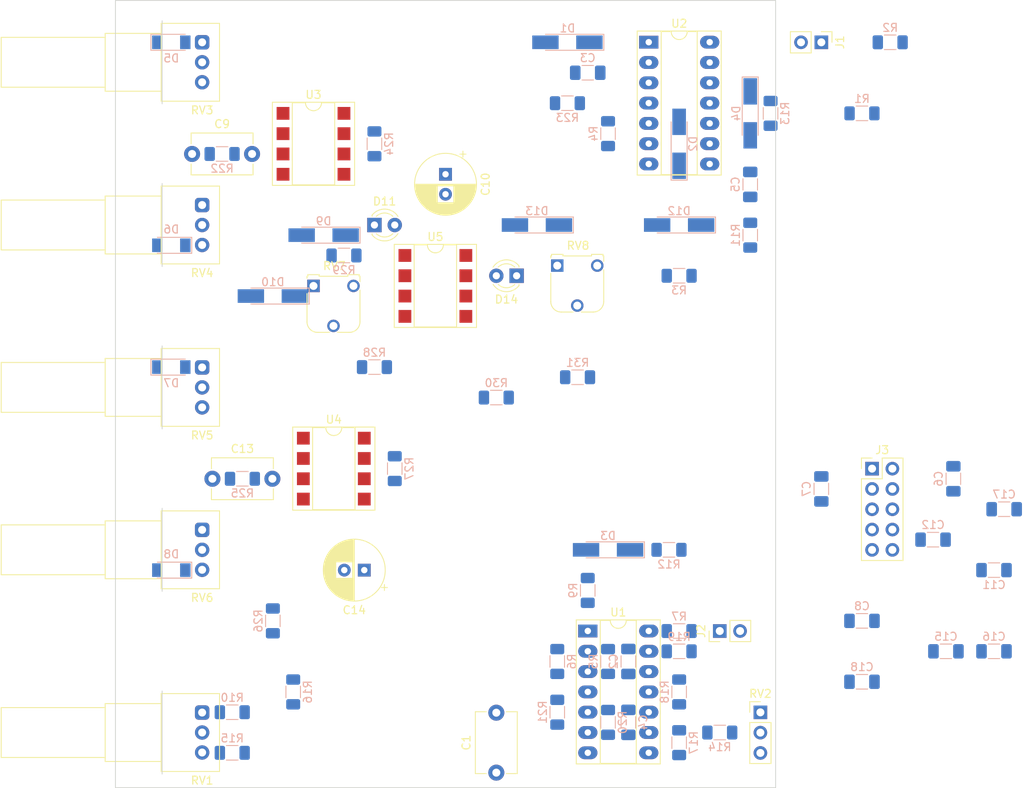
<source format=kicad_pcb>
(kicad_pcb (version 20211014) (generator pcbnew)
  (layers (0 "F.Cu" signal) (31 "B.Cu" signal) (34 "B.Paste" user) (35 "F.Paste" user) (36 "B.SilkS" user "B.Silkscreen") (37 "F.SilkS" user "F.Silkscreen") (38 "B.Mask" user) (39 "F.Mask" user) (44 "Edge.Cuts" user))
  (net 0 "")
  (net 1 "Net-(C10-Pad1)")
  (net 2 "Net-(D5-Pad2)")
  (net 3 "Net-(D6-Pad1)")
  (net 4 "Net-(C14-Pad1)")
  (net 5 "Net-(D7-Pad2)")
  (net 6 "Net-(D8-Pad1)")
  (net 7 "/AR/Gate")
  (net 8 "Net-(C1-Pad2)")
  (net 9 "Net-(C2-Pad1)")
  (net 10 "GND")
  (net 11 "Net-(C3-Pad1)")
  (net 12 "Net-(C3-Pad2)")
  (net 13 "+2v")
  (net 14 "Net-(C5-Pad1)")
  (net 15 "Net-(C5-Pad2)")
  (net 16 "+12V")
  (net 17 "-12V")
  (net 18 "Net-(C9-Pad1)")
  (net 19 "Net-(C9-Pad2)")
  (net 20 "Net-(C13-Pad1)")
  (net 21 "Net-(C13-Pad2)")
  (net 22 "Net-(D2-Pad1)")
  (net 23 "Net-(D2-Pad2)")
  (net 24 "Net-(D3-Pad2)")
  (net 25 "Net-(D10-Pad2)")
  (net 26 "Net-(D9-Pad2)")
  (net 27 "Net-(D10-Pad1)")
  (net 28 "Net-(D11-Pad2)")
  (net 29 "Net-(D12-Pad1)")
  (net 30 "Net-(D12-Pad2)")
  (net 31 "Net-(D13-Pad1)")
  (net 32 "Net-(D14-Pad2)")
  (net 33 "/In")
  (net 34 "Net-(U1-Pad14)")
  (net 35 "Net-(R9-Pad2)")
  (net 36 "Net-(R10-Pad1)")
  (net 37 "Net-(R10-Pad2)")
  (net 38 "Net-(R14-Pad2)")
  (net 39 "Net-(R15-Pad1)")
  (net 40 "Net-(R15-Pad2)")
  (net 41 "/AR/Out")
  (net 42 "Net-(R17-Pad1)")
  (net 43 "/AD/Gate")
  (net 44 "/AD/Out")
  (net 45 "Net-(R24-Pad2)")
  (net 46 "Net-(R27-Pad2)")
  (net 47 "Net-(R28-Pad2)")
  (net 48 "Net-(R30-Pad2)")
  (net 49 "Net-(U2-Pad3)")
  (net 50 "Net-(R19-Pad1)")
  (footprint "Package_DIP:DIP-8_W7.62mm_SMDSocket_SmallPads" (layer "F.Cu") (at 144.78 45.72)
    (fp_text reference "U5" (at 0 -6.14) (layer "F.SilkS"))
    (fp_text value "TL072")
    (pad "1" smd rect (at -3.81 -3.81) (size 1.6 1.6) (layers "F.Cu" "F.Paste" "F.Mask") (net 28 "Net-(D11-Pad2)"))
    (pad "2" smd rect (at -3.81 -1.27) (size 1.6 1.6) (layers "F.Cu" "F.Paste" "F.Mask") (net 47 "Net-(R28-Pad2)"))
    (pad "3" smd rect (at -3.81 1.27) (size 1.6 1.6) (layers "F.Cu" "F.Paste" "F.Mask") (net 10 "GND"))
    (pad "4" smd rect (at -3.81 3.81) (size 1.6 1.6) (layers "F.Cu" "F.Paste" "F.Mask") (net 16 "+12V"))
    (pad "5" smd rect (at 3.81 3.81) (size 1.6 1.6) (layers "F.Cu" "F.Paste" "F.Mask") (net 10 "GND"))
    (pad "6" smd rect (at 3.81 1.27) (size 1.6 1.6) (layers "F.Cu" "F.Paste" "F.Mask") (net 48 "Net-(R30-Pad2)"))
    (pad "7" smd rect (at 3.81 -1.27) (size 1.6 1.6) (layers "F.Cu" "F.Paste" "F.Mask") (net 32 "Net-(D14-Pad2)"))
    (pad "8" smd rect (at 3.81 -3.81) (size 1.6 1.6) (layers "F.Cu" "F.Paste" "F.Mask") (net 17 "-12V"))
  )
  (footprint "Potentiometer_THT:Potentiometer_Alps_RK097_Single_Horizontal" (layer "F.Cu") (at 115.615 99.1)
    (fp_text reference "RV1" (at 0 8.5 180) (layer "F.SilkS"))
    (fp_text value "100k")
    (fp_line (start -5 -2.7) (end -5 7.7) (layer "Edge.Cuts") (width 0.1))
    (pad "1" thru_hole roundrect (at 0 0 180) (size 1.8 1.8) (drill 1) (layers *.Cu *.Mask) (net 37 "Net-(R10-Pad2)"))
    (pad "2" thru_hole circle (at 0 2.5 180) (size 1.8 1.8) (drill 1) (layers *.Cu *.Mask) (net 44 "/AD/Out"))
    (pad "3" thru_hole circle (at 0 5 180) (size 1.8 1.8) (drill 1) (layers *.Cu *.Mask) (net 40 "Net-(R15-Pad2)"))
  )
  (footprint "Potentiometer_THT:Potentiometer_Alps_RK097_Single_Horizontal" (layer "F.Cu") (at 115.615 55.92)
    (fp_text reference "RV5" (at 0 8.5 180) (layer "F.SilkS"))
    (fp_text value "1m")
    (fp_line (start -5 -2.7) (end -5 7.7) (layer "Edge.Cuts") (width 0.1))
    (pad "1" thru_hole roundrect (at 0 0 180) (size 1.8 1.8) (drill 1) (layers *.Cu *.Mask) (net 5 "Net-(D7-Pad2)"))
    (pad "2" thru_hole circle (at 0 2.5 180) (size 1.8 1.8) (drill 1) (layers *.Cu *.Mask) (net 20 "Net-(C13-Pad1)"))
    (pad "3" thru_hole circle (at 0 5 180) (size 1.8 1.8) (drill 1) (layers *.Cu *.Mask) (net 20 "Net-(C13-Pad1)"))
  )
  (footprint "Package_DIP:DIP-14_W7.62mm_Socket_LongPads" (layer "F.Cu") (at 171.46 15.225)
    (fp_text reference "U2" (at 3.81 -2.33) (layer "F.SilkS"))
    (fp_text value "4001")
    (pad "1" thru_hole rect (at 0 0) (size 2.4 1.6) (drill 0.8) (layers *.Cu *.Mask) (net 11 "Net-(C3-Pad1)"))
    (pad "2" thru_hole oval (at 0 2.54) (size 2.4 1.6) (drill 0.8) (layers *.Cu *.Mask) (net 43 "/AD/Gate"))
    (pad "3" thru_hole oval (at 0 5.08) (size 2.4 1.6) (drill 0.8) (layers *.Cu *.Mask) (net 49 "Net-(U2-Pad3)"))
    (pad "4" thru_hole oval (at 0 7.62) (size 2.4 1.6) (drill 0.8) (layers *.Cu *.Mask) (net 43 "/AD/Gate"))
    (pad "5" thru_hole oval (at 0 10.16) (size 2.4 1.6) (drill 0.8) (layers *.Cu *.Mask) (net 49 "Net-(U2-Pad3)"))
    (pad "6" thru_hole oval (at 0 12.7) (size 2.4 1.6) (drill 0.8) (layers *.Cu *.Mask) (net 22 "Net-(D2-Pad1)"))
    (pad "7" thru_hole oval (at 0 15.24) (size 2.4 1.6) (drill 0.8) (layers *.Cu *.Mask) (net 10 "GND"))
    (pad "8" thru_hole oval (at 7.62 15.24) (size 2.4 1.6) (drill 0.8) (layers *.Cu *.Mask) (net 14 "Net-(C5-Pad1)"))
    (pad "9" thru_hole oval (at 7.62 12.7) (size 2.4 1.6) (drill 0.8) (layers *.Cu *.Mask) (net 14 "Net-(C5-Pad1)"))
    (pad "10" thru_hole oval (at 7.62 10.16) (size 2.4 1.6) (drill 0.8) (layers *.Cu *.Mask) (net 23 "Net-(D2-Pad2)"))
    (pad "11" thru_hole oval (at 7.62 7.62) (size 2.4 1.6) (drill 0.8) (layers *.Cu *.Mask))
    (pad "12" thru_hole oval (at 7.62 5.08) (size 2.4 1.6) (drill 0.8) (layers *.Cu *.Mask))
    (pad "13" thru_hole oval (at 7.62 2.54) (size 2.4 1.6) (drill 0.8) (layers *.Cu *.Mask))
    (pad "14" thru_hole oval (at 7.62 0) (size 2.4 1.6) (drill 0.8) (layers *.Cu *.Mask) (net 16 "+12V"))
  )
  (footprint "Connector_PinHeader_2.54mm:PinHeader_1x02_P2.54mm_Vertical" (layer "F.Cu") (at 180.34 88.9 90)
    (fp_text reference "J2" (at 0 -2.33 90) (layer "F.SilkS"))
    (fp_text value "Out")
    (pad "1" thru_hole rect (at 0 0 90) (size 1.7 1.7) (drill 1) (layers *.Cu *.Mask) (net 50 "Net-(R19-Pad1)"))
    (pad "2" thru_hole oval (at 0 2.54 90) (size 1.7 1.7) (drill 1) (layers *.Cu *.Mask) (net 10 "GND"))
  )
  (footprint "Capacitor_THT:CP_Radial_D7.5mm_P2.50mm" (layer "F.Cu") (at 135.89 81.28 180)
    (fp_text reference "C14" (at 1.25 -5) (layer "F.SilkS"))
    (fp_text value "20,0 x 35v")
    (pad "1" thru_hole rect (at 0 0 180) (size 1.6 1.6) (drill 0.8) (layers *.Cu *.Mask) (net 4 "Net-(C14-Pad1)"))
    (pad "2" thru_hole circle (at 2.5 0 180) (size 1.6 1.6) (drill 0.8) (layers *.Cu *.Mask) (net 17 "-12V"))
  )
  (footprint "Potentiometer_THT:Potentiometer_Runtron_RM-065_Vertical" (layer "F.Cu") (at 129.54 45.72)
    (fp_text reference "RV7" (at 2.6 -2.5) (layer "F.SilkS"))
    (fp_text value "100k")
    (pad "1" thru_hole rect (at 0 0) (size 1.56 1.56) (drill 1) (layers *.Cu *.Mask) (net 27 "Net-(D10-Pad1)"))
    (pad "2" thru_hole circle (at 2.5 5) (size 1.56 1.56) (drill 1) (layers *.Cu *.Mask) (net 47 "Net-(R28-Pad2)"))
    (pad "3" thru_hole circle (at 5 0) (size 1.56 1.56) (drill 1) (layers *.Cu *.Mask) (net 26 "Net-(D9-Pad2)"))
  )
  (footprint "Capacitor_THT:C_Disc_D7.5mm_W5.0mm_P7.50mm" (layer "F.Cu") (at 152.4 106.62 90)
    (fp_text reference "C1" (at 3.75 -3.75 90) (layer "F.SilkS"))
    (fp_text value "100")
    (pad "1" thru_hole circle (at 0 0 90) (size 2 2) (drill 1) (layers *.Cu *.Mask) (net 7 "/AR/Gate"))
    (pad "2" thru_hole circle (at 7.5 0 90) (size 2 2) (drill 1) (layers *.Cu *.Mask) (net 8 "Net-(C1-Pad2)"))
  )
  (footprint "Potentiometer_THT:Potentiometer_Alps_RK097_Single_Horizontal" (layer "F.Cu") (at 115.615 76.24)
    (fp_text reference "RV6" (at 0 8.5 180) (layer "F.SilkS"))
    (fp_text value "1m")
    (fp_line (start -5 -2.7) (end -5 7.7) (layer "Edge.Cuts") (width 0.1))
    (pad "1" thru_hole roundrect (at 0 0 180) (size 1.8 1.8) (drill 1) (layers *.Cu *.Mask) (net 20 "Net-(C13-Pad1)"))
    (pad "2" thru_hole circle (at 0 2.5 180) (size 1.8 1.8) (drill 1) (layers *.Cu *.Mask) (net 20 "Net-(C13-Pad1)"))
    (pad "3" thru_hole circle (at 0 5 180) (size 1.8 1.8) (drill 1) (layers *.Cu *.Mask) (net 6 "Net-(D8-Pad1)"))
  )
  (footprint "Connector_PinHeader_2.54mm:PinHeader_2x05_P2.54mm_Vertical" (layer "F.Cu") (at 199.385 68.585)
    (fp_text reference "J3" (at 1.27 -2.33) (layer "F.SilkS"))
    (fp_text value "Power")
    (pad "1" thru_hole rect (at 0 0) (size 1.7 1.7) (drill 1) (layers *.Cu *.Mask) (net 16 "+12V"))
    (pad "2" thru_hole oval (at 2.54 0) (size 1.7 1.7) (drill 1) (layers *.Cu *.Mask) (net 16 "+12V"))
    (pad "3" thru_hole oval (at 0 2.54) (size 1.7 1.7) (drill 1) (layers *.Cu *.Mask) (net 10 "GND"))
    (pad "4" thru_hole oval (at 2.54 2.54) (size 1.7 1.7) (drill 1) (layers *.Cu *.Mask) (net 10 "GND"))
    (pad "5" thru_hole oval (at 0 5.08) (size 1.7 1.7) (drill 1) (layers *.Cu *.Mask) (net 10 "GND"))
    (pad "6" thru_hole oval (at 2.54 5.08) (size 1.7 1.7) (drill 1) (layers *.Cu *.Mask) (net 10 "GND"))
    (pad "7" thru_hole oval (at 0 7.62) (size 1.7 1.7) (drill 1) (layers *.Cu *.Mask) (net 10 "GND"))
    (pad "8" thru_hole oval (at 2.54 7.62) (size 1.7 1.7) (drill 1) (layers *.Cu *.Mask) (net 10 "GND"))
    (pad "9" thru_hole oval (at 0 10.16) (size 1.7 1.7) (drill 1) (layers *.Cu *.Mask) (net 17 "-12V"))
    (pad "10" thru_hole oval (at 2.54 10.16) (size 1.7 1.7) (drill 1) (layers *.Cu *.Mask) (net 17 "-12V"))
  )
  (footprint "Package_DIP:DIP-8_W7.62mm_SMDSocket_SmallPads" (layer "F.Cu") (at 132.08 68.58)
    (fp_text reference "U4" (at 0 -6.14) (layer "F.SilkS"))
    (fp_text value "TL072")
    (pad "1" smd rect (at -3.81 -3.81) (size 1.6 1.6) (layers "F.Cu" "F.Paste" "F.Mask") (net 20 "Net-(C13-Pad1)"))
    (pad "2" smd rect (at -3.81 -1.27) (size 1.6 1.6) (layers "F.Cu" "F.Paste" "F.Mask") (net 13 "+2v"))
    (pad "3" smd rect (at -3.81 1.27) (size 1.6 1.6) (layers "F.Cu" "F.Paste" "F.Mask") (net 21 "Net-(C13-Pad2)"))
    (pad "4" smd rect (at -3.81 3.81) (size 1.6 1.6) (layers "F.Cu" "F.Paste" "F.Mask") (net 17 "-12V"))
    (pad "5" smd rect (at 3.81 3.81) (size 1.6 1.6) (layers "F.Cu" "F.Paste" "F.Mask") (net 4 "Net-(C14-Pad1)"))
    (pad "6" smd rect (at 3.81 1.27) (size 1.6 1.6) (layers "F.Cu" "F.Paste" "F.Mask") (net 41 "/AR/Out"))
    (pad "7" smd rect (at 3.81 -1.27) (size 1.6 1.6) (layers "F.Cu" "F.Paste" "F.Mask") (net 46 "Net-(R27-Pad2)"))
    (pad "8" smd rect (at 3.81 -3.81) (size 1.6 1.6) (layers "F.Cu" "F.Paste" "F.Mask") (net 16 "+12V"))
  )
  (footprint "LED_THT:LED_D3.0mm" (layer "F.Cu") (at 137.16 38.1)
    (fp_text reference "D11" (at 1.27 -2.96) (layer "F.SilkS"))
    (fp_text value "LED_Dual_Bidirectional")
    (pad "1" thru_hole rect (at 0 0) (size 1.8 1.8) (drill 0.9) (layers *.Cu *.Mask) (net 25 "Net-(D10-Pad2)"))
    (pad "2" thru_hole circle (at 2.54 0) (size 1.8 1.8) (drill 0.9) (layers *.Cu *.Mask) (net 28 "Net-(D11-Pad2)"))
  )
  (footprint "Capacitor_THT:C_Disc_D7.5mm_W5.0mm_P7.50mm" (layer "F.Cu") (at 116.9 69.85)
    (fp_text reference "C13" (at 3.75 -3.75) (layer "F.SilkS"))
    (fp_text value "100")
    (pad "1" thru_hole circle (at 0 0) (size 2 2) (drill 1) (layers *.Cu *.Mask) (net 20 "Net-(C13-Pad1)"))
    (pad "2" thru_hole circle (at 7.5 0) (size 2 2) (drill 1) (layers *.Cu *.Mask) (net 21 "Net-(C13-Pad2)"))
  )
  (footprint "Connector_PinHeader_2.54mm:PinHeader_1x02_P2.54mm_Vertical" (layer "F.Cu") (at 193.04 15.24 -90)
    (fp_text reference "J1" (at 0 -2.33 -90) (layer "F.SilkS"))
    (fp_text value "In")
    (pad "1" thru_hole rect (at 0 0 270) (size 1.7 1.7) (drill 1) (layers *.Cu *.Mask) (net 33 "/In"))
    (pad "2" thru_hole oval (at 0 2.54 270) (size 1.7 1.7) (drill 1) (layers *.Cu *.Mask) (net 10 "GND"))
  )
  (footprint "Connector_PinHeader_2.54mm:PinHeader_1x03_P2.54mm_Vertical" (layer "F.Cu") (at 185.42 99.075)
    (fp_text reference "RV2" (at 0 -2.33) (layer "F.SilkS"))
    (fp_text value "100k")
    (pad "1" thru_hole rect (at 0 0) (size 1.7 1.7) (drill 1) (layers *.Cu *.Mask) (net 16 "+12V"))
    (pad "2" thru_hole oval (at 0 2.54) (size 1.7 1.7) (drill 1) (layers *.Cu *.Mask) (net 38 "Net-(R14-Pad2)"))
    (pad "3" thru_hole oval (at 0 5.08) (size 1.7 1.7) (drill 1) (layers *.Cu *.Mask) (net 17 "-12V"))
  )
  (footprint "Package_DIP:DIP-14_W7.62mm_Socket_LongPads" (layer "F.Cu") (at 163.84 88.895)
    (fp_text reference "U1" (at 3.81 -2.33) (layer "F.SilkS"))
    (fp_text value "TL084")
    (pad "1" thru_hole rect (at 0 0) (size 2.4 1.6) (drill 0.8) (layers *.Cu *.Mask) (net 35 "Net-(R9-Pad2)"))
    (pad "2" thru_hole oval (at 0 2.54) (size 2.4 1.6) (drill 0.8) (layers *.Cu *.Mask) (net 9 "Net-(C2-Pad1)"))
    (pad "3" thru_hole oval (at 0 5.08) (size 2.4 1.6) (drill 0.8) (layers *.Cu *.Mask) (net 44 "/AD/Out"))
    (pad "4" thru_hole oval (at 0 7.62) (size 2.4 1.6) (drill 0.8) (layers *.Cu *.Mask) (net 16 "+12V"))
    (pad "5" thru_hole oval (at 0 10.16) (size 2.4 1.6) (drill 0.8) (layers *.Cu *.Mask) (net 8 "Net-(C1-Pad2)"))
    (pad "6" thru_hole oval (at 0 12.7) (size 2.4 1.6) (drill 0.8) (layers *.Cu *.Mask) (net 13 "+2v"))
    (pad "7" thru_hole oval (at 0 15.24) (size 2.4 1.6) (drill 0.8) (layers *.Cu *.Mask) (net 7 "/AR/Gate"))
    (pad "8" thru_hole oval (at 7.62 15.24) (size 2.4 1.6) (drill 0.8) (layers *.Cu *.Mask) (net 42 "Net-(R17-Pad1)"))
    (pad "9" thru_hole oval (at 7.62 12.7) (size 2.4 1.6) (drill 0.8) (layers *.Cu *.Mask) (net 36 "Net-(R10-Pad1)"))
    (pad "10" thru_hole oval (at 7.62 10.16) (size 2.4 1.6) (drill 0.8) (layers *.Cu *.Mask) (net 10 "GND"))
    (pad "11" thru_hole oval (at 7.62 7.62) (size 2.4 1.6) (drill 0.8) (layers *.Cu *.Mask) (net 17 "-12V"))
    (pad "12" thru_hole oval (at 7.62 5.08) (size 2.4 1.6) (drill 0.8) (layers *.Cu *.Mask) (net 10 "GND"))
    (pad "13" thru_hole oval (at 7.62 2.54) (size 2.4 1.6) (drill 0.8) (layers *.Cu *.Mask) (net 39 "Net-(R15-Pad1)"))
    (pad "14" thru_hole oval (at 7.62 0) (size 2.4 1.6) (drill 0.8) (layers *.Cu *.Mask) (net 34 "Net-(U1-Pad14)"))
  )
  (footprint "Potentiometer_THT:Potentiometer_Alps_RK097_Single_Horizontal" (layer "F.Cu") (at 115.615 35.6)
    (fp_text reference "RV4" (at 0 8.5 180) (layer "F.SilkS"))
    (fp_text value "1m")
    (fp_line (start -5 -2.7) (end -5 7.7) (layer "Edge.Cuts") (width 0.1))
    (pad "1" thru_hole roundrect (at 0 0 180) (size 1.8 1.8) (drill 1) (layers *.Cu *.Mask) (net 18 "Net-(C9-Pad1)"))
    (pad "2" thru_hole circle (at 0 2.5 180) (size 1.8 1.8) (drill 1) (layers *.Cu *.Mask) (net 18 "Net-(C9-Pad1)"))
    (pad "3" thru_hole circle (at 0 5 180) (size 1.8 1.8) (drill 1) (layers *.Cu *.Mask) (net 3 "Net-(D6-Pad1)"))
  )
  (footprint "Capacitor_THT:CP_Radial_D7.5mm_P2.50mm" (layer "F.Cu") (at 146.05 31.75 -90)
    (fp_text reference "C10" (at 1.25 -5 90) (layer "F.SilkS"))
    (fp_text value "20,0 x 35v")
    (pad "1" thru_hole rect (at 0 0 270) (size 1.6 1.6) (drill 0.8) (layers *.Cu *.Mask) (net 1 "Net-(C10-Pad1)"))
    (pad "2" thru_hole circle (at 2.5 0 270) (size 1.6 1.6) (drill 0.8) (layers *.Cu *.Mask) (net 17 "-12V"))
  )
  (footprint "Package_DIP:DIP-8_W7.62mm_SMDSocket_SmallPads" (layer "F.Cu") (at 129.54 27.94)
    (fp_text reference "U3" (at 0 -6.14) (layer "F.SilkS"))
    (fp_text value "TL072")
    (pad "1" smd rect (at -3.81 -3.81) (size 1.6 1.6) (layers "F.Cu" "F.Paste" "F.Mask") (net 18 "Net-(C9-Pad1)"))
    (pad "2" smd rect (at -3.81 -1.27) (size 1.6 1.6) (layers "F.Cu" "F.Paste" "F.Mask") (net 13 "+2v"))
    (pad "3" smd rect (at -3.81 1.27) (size 1.6 1.6) (layers "F.Cu" "F.Paste" "F.Mask") (net 19 "Net-(C9-Pad2)"))
    (pad "4" smd rect (at -3.81 3.81) (size 1.6 1.6) (layers "F.Cu" "F.Paste" "F.Mask") (net 17 "-12V"))
    (pad "5" smd rect (at 3.81 3.81) (size 1.6 1.6) (layers "F.Cu" "F.Paste" "F.Mask") (net 1 "Net-(C10-Pad1)"))
    (pad "6" smd rect (at 3.81 1.27) (size 1.6 1.6) (layers "F.Cu" "F.Paste" "F.Mask") (net 44 "/AD/Out"))
    (pad "7" smd rect (at 3.81 -1.27) (size 1.6 1.6) (layers "F.Cu" "F.Paste" "F.Mask") (net 45 "Net-(R24-Pad2)"))
    (pad "8" smd rect (at 3.81 -3.81) (size 1.6 1.6) (layers "F.Cu" "F.Paste" "F.Mask") (net 16 "+12V"))
  )
  (footprint "Capacitor_THT:C_Disc_D7.5mm_W5.0mm_P7.50mm" (layer "F.Cu") (at 114.36 29.21)
    (fp_text reference "C9" (at 3.75 -3.75) (layer "F.SilkS"))
    (fp_text value "100")
    (pad "1" thru_hole circle (at 0 0) (size 2 2) (drill 1) (layers *.Cu *.Mask) (net 18 "Net-(C9-Pad1)"))
    (pad "2" thru_hole circle (at 7.5 0) (size 2 2) (drill 1) (layers *.Cu *.Mask) (net 19 "Net-(C9-Pad2)"))
  )
  (footprint "Potentiometer_THT:Potentiometer_Runtron_RM-065_Vertical" (layer "F.Cu") (at 160.02 43.18)
    (fp_text reference "RV8" (at 2.6 -2.5) (layer "F.SilkS"))
    (fp_text value "100k")
    (pad "1" thru_hole rect (at 0 0) (size 1.56 1.56) (drill 1) (layers *.Cu *.Mask) (net 31 "Net-(D13-Pad1)"))
    (pad "2" thru_hole circle (at 2.5 5) (size 1.56 1.56) (drill 1) (layers *.Cu *.Mask) (net 48 "Net-(R30-Pad2)"))
    (pad "3" thru_hole circle (at 5 0) (size 1.56 1.56) (drill 1) (layers *.Cu *.Mask) (net 30 "Net-(D12-Pad2)"))
  )
  (footprint "LED_THT:LED_D3.0mm" (layer "F.Cu") (at 154.94 44.45 180)
    (fp_text reference "D14" (at 1.27 -2.96) (layer "F.SilkS"))
    (fp_text value "LED_Dual_Bidirectional")
    (pad "1" thru_hole rect (at 0 0 180) (size 1.8 1.8) (drill 0.9) (layers *.Cu *.Mask) (net 29 "Net-(D12-Pad1)"))
    (pad "2" thru_hole circle (at 2.54 0 180) (size 1.8 1.8) (drill 0.9) (layers *.Cu *.Mask) (net 32 "Net-(D14-Pad2)"))
  )
  (footprint "Potentiometer_THT:Potentiometer_Alps_RK097_Single_Horizontal" (layer "F.Cu") (at 115.615 15.24)
    (fp_text reference "RV3" (at 0 8.5 180) (layer "F.SilkS"))
    (fp_text value "1m")
    (fp_line (start -5 -2.7) (end -5 7.7) (layer "Edge.Cuts") (width 0.1))
    (pad "1" thru_hole roundrect (at 0 0 180) (size 1.8 1.8) (drill 1) (layers *.Cu *.Mask) (net 2 "Net-(D5-Pad2)"))
    (pad "2" thru_hole circle (at 0 2.5 180) (size 1.8 1.8) (drill 1) (layers *.Cu *.Mask) (net 18 "Net-(C9-Pad1)"))
    (pad "3" thru_hole circle (at 0 5 180) (size 1.8 1.8) (drill 1) (layers *.Cu *.Mask) (net 18 "Net-(C9-Pad1)"))
  )
  (footprint "Capacitor_SMD:C_1206_3216Metric_Pad1.33x1.80mm_HandSolder" (layer "B.Cu") (at 168.91 92.71 -90)
    (fp_text reference "C2" (at 0 1.85 90) (layer "B.SilkS") (effects (justify mirror)))
    (fp_text value "0,1")
    (pad "1" smd roundrect (at -1.5625 0 270) (size 1.325 1.8) (layers "B.Cu" "B.Paste" "B.Mask") (roundrect_rratio 0.188679) (net 9 "Net-(C2-Pad1)"))
    (pad "2" smd roundrect (at 1.5625 0 270) (size 1.325 1.8) (layers "B.Cu" "B.Paste" "B.Mask") (roundrect_rratio 0.188679) (net 10 "GND"))
  )
  (footprint "Resistor_SMD:R_1206_3216Metric_Pad1.30x1.75mm_HandSolder" (layer "B.Cu") (at 127 96.52 90)
    (fp_text reference "R16" (at 0 1.82 90) (layer "B.SilkS") (effects (justify mirror)))
    (fp_text value "100k")
    (pad "1" smd roundrect (at -1.55 0 90) (size 1.3 1.75) (layers "B.Cu" "B.Paste" "B.Mask") (roundrect_rratio 0.192308) (net 36 "Net-(R10-Pad1)"))
    (pad "2" smd roundrect (at 1.55 0 90) (size 1.3 1.75) (layers "B.Cu" "B.Paste" "B.Mask") (roundrect_rratio 0.192308) (net 41 "/AR/Out"))
  )
  (footprint "Resistor_SMD:R_1206_3216Metric_Pad1.30x1.75mm_HandSolder" (layer "B.Cu") (at 166.37 100.33 90)
    (fp_text reference "R20" (at 0 1.82 90) (layer "B.SilkS") (effects (justify mirror)))
    (fp_text value "2k")
    (pad "1" smd roundrect (at -1.55 0 90) (size 1.3 1.75) (layers "B.Cu" "B.Paste" "B.Mask") (roundrect_rratio 0.192308) (net 13 "+2v"))
    (pad "2" smd roundrect (at 1.55 0 90) (size 1.3 1.75) (layers "B.Cu" "B.Paste" "B.Mask") (roundrect_rratio 0.192308) (net 10 "GND"))
  )
  (footprint "Diode_SMD:D_MiniMELF_Handsoldering" (layer "B.Cu") (at 124.46 46.99 180)
    (fp_text reference "D10" (at 0 1.75) (layer "B.SilkS") (effects (justify mirror)))
    (fp_text value "D")
    (pad "1" smd rect (at -2.75 0 180) (size 3.3 1.7) (layers "B.Cu" "B.Paste" "B.Mask") (net 27 "Net-(D10-Pad1)"))
    (pad "2" smd rect (at 2.75 0 180) (size 3.3 1.7) (layers "B.Cu" "B.Paste" "B.Mask") (net 25 "Net-(D10-Pad2)"))
  )
  (footprint "Resistor_SMD:R_1206_3216Metric_Pad1.30x1.75mm_HandSolder" (layer "B.Cu") (at 166.37 26.67 -90)
    (fp_text reference "R4" (at 0 1.82 -270) (layer "B.SilkS") (effects (justify mirror)))
    (fp_text value "100k")
    (pad "1" smd roundrect (at -1.55 0 270) (size 1.3 1.75) (layers "B.Cu" "B.Paste" "B.Mask") (roundrect_rratio 0.192308) (net 11 "Net-(C3-Pad1)"))
    (pad "2" smd roundrect (at 1.55 0 270) (size 1.3 1.75) (layers "B.Cu" "B.Paste" "B.Mask") (roundrect_rratio 0.192308) (net 10 "GND"))
  )
  (footprint "Resistor_SMD:R_1206_3216Metric_Pad1.30x1.75mm_HandSolder" (layer "B.Cu") (at 137.16 27.94 90)
    (fp_text reference "R24" (at 0 1.82 90) (layer "B.SilkS") (effects (justify mirror)))
    (fp_text value "1k")
    (pad "1" smd roundrect (at -1.55 0 90) (size 1.3 1.75) (layers "B.Cu" "B.Paste" "B.Mask") (roundrect_rratio 0.192308) (net 44 "/AD/Out"))
    (pad "2" smd roundrect (at 1.55 0 90) (size 1.3 1.75) (layers "B.Cu" "B.Paste" "B.Mask") (roundrect_rratio 0.192308) (net 45 "Net-(R24-Pad2)"))
  )
  (footprint "Resistor_SMD:R_1206_3216Metric_Pad1.30x1.75mm_HandSolder" (layer "B.Cu") (at 162.56 57.15 180)
    (fp_text reference "R31" (at 0 1.82) (layer "B.SilkS") (effects (justify mirror)))
    (fp_text value "5.1k")
    (pad "1" smd roundrect (at -1.55 0 180) (size 1.3 1.75) (layers "B.Cu" "B.Paste" "B.Mask") (roundrect_rratio 0.192308) (net 29 "Net-(D12-Pad1)"))
    (pad "2" smd roundrect (at 1.55 0 180) (size 1.3 1.75) (layers "B.Cu" "B.Paste" "B.Mask") (roundrect_rratio 0.192308) (net 10 "GND"))
  )
  (footprint "Resistor_SMD:R_1206_3216Metric_Pad1.30x1.75mm_HandSolder" (layer "B.Cu") (at 175.26 44.45)
    (fp_text reference "R3" (at 0 1.82) (layer "B.SilkS") (effects (justify mirror)))
    (fp_text value "10k")
    (pad "1" smd roundrect (at -1.55 0) (size 1.3 1.75) (layers "B.Cu" "B.Paste" "B.Mask") (roundrect_rratio 0.192308) (net 12 "Net-(C3-Pad2)"))
    (pad "2" smd roundrect (at 1.55 0) (size 1.3 1.75) (layers "B.Cu" "B.Paste" "B.Mask") (roundrect_rratio 0.192308) (net 7 "/AR/Gate"))
  )
  (footprint "Resistor_SMD:R_1206_3216Metric_Pad1.30x1.75mm_HandSolder" (layer "B.Cu") (at 119.38 104.14 180)
    (fp_text reference "R15" (at 0 1.82) (layer "B.SilkS") (effects (justify mirror)))
    (fp_text value "50k")
    (pad "1" smd roundrect (at -1.55 0 180) (size 1.3 1.75) (layers "B.Cu" "B.Paste" "B.Mask") (roundrect_rratio 0.192308) (net 39 "Net-(R15-Pad1)"))
    (pad "2" smd roundrect (at 1.55 0 180) (size 1.3 1.75) (layers "B.Cu" "B.Paste" "B.Mask") (roundrect_rratio 0.192308) (net 40 "Net-(R15-Pad2)"))
  )
  (footprint "Capacitor_SMD:C_1206_3216Metric_Pad1.33x1.80mm_HandSolder" (layer "B.Cu") (at 214.63 91.44 180)
    (fp_text reference "C16" (at 0 1.85) (layer "B.SilkS") (effects (justify mirror)))
    (fp_text value "0,1")
    (pad "1" smd roundrect (at -1.5625 0 180) (size 1.325 1.8) (layers "B.Cu" "B.Paste" "B.Mask") (roundrect_rratio 0.188679) (net 10 "GND"))
    (pad "2" smd roundrect (at 1.5625 0 180) (size 1.325 1.8) (layers "B.Cu" "B.Paste" "B.Mask") (roundrect_rratio 0.188679) (net 17 "-12V"))
  )
  (footprint "Resistor_SMD:R_1206_3216Metric_Pad1.30x1.75mm_HandSolder" (layer "B.Cu") (at 137.16 55.88 180)
    (fp_text reference "R28" (at 0 1.82) (layer "B.SilkS") (effects (justify mirror)))
    (fp_text value "100k")
    (pad "1" smd roundrect (at -1.55 0 180) (size 1.3 1.75) (layers "B.Cu" "B.Paste" "B.Mask") (roundrect_rratio 0.192308) (net 44 "/AD/Out"))
    (pad "2" smd roundrect (at 1.55 0 180) (size 1.3 1.75) (layers "B.Cu" "B.Paste" "B.Mask") (roundrect_rratio 0.192308) (net 47 "Net-(R28-Pad2)"))
  )
  (footprint "Diode_SMD:D_MiniMELF" (layer "B.Cu") (at 111.76 55.88)
    (fp_text reference "D7" (at 0 2) (layer "B.SilkS") (effects (justify mirror)))
    (fp_text value "LL4148")
    (pad "1" smd rect (at -1.75 0) (size 1.3 1.7) (layers "B.Cu" "B.Paste" "B.Mask") (net 4 "Net-(C14-Pad1)"))
    (pad "2" smd rect (at 1.75 0) (size 1.3 1.7) (layers "B.Cu" "B.Paste" "B.Mask") (net 5 "Net-(D7-Pad2)"))
  )
  (footprint "Capacitor_SMD:C_1206_3216Metric_Pad1.33x1.80mm_HandSolder" (layer "B.Cu") (at 209.55 69.85 -90)
    (fp_text reference "C6" (at 0 1.85 -270) (layer "B.SilkS") (effects (justify mirror)))
    (fp_text value "0,1")
    (pad "1" smd roundrect (at -1.5625 0 270) (size 1.325 1.8) (layers "B.Cu" "B.Paste" "B.Mask") (roundrect_rratio 0.188679) (net 16 "+12V"))
    (pad "2" smd roundrect (at 1.5625 0 270) (size 1.325 1.8) (layers "B.Cu" "B.Paste" "B.Mask") (roundrect_rratio 0.188679) (net 10 "GND"))
  )
  (footprint "Diode_SMD:D_MiniMELF_Handsoldering" (layer "B.Cu") (at 166.37 78.74 180)
    (fp_text reference "D3" (at 0 1.75) (layer "B.SilkS") (effects (justify mirror)))
    (fp_text value "D")
    (pad "1" smd rect (at -2.75 0 180) (size 3.3 1.7) (layers "B.Cu" "B.Paste" "B.Mask") (net 22 "Net-(D2-Pad1)"))
    (pad "2" smd rect (at 2.75 0 180) (size 3.3 1.7) (layers "B.Cu" "B.Paste" "B.Mask") (net 24 "Net-(D3-Pad2)"))
  )
  (footprint "Resistor_SMD:R_1206_3216Metric_Pad1.30x1.75mm_HandSolder" (layer "B.Cu") (at 124.46 87.63 -90)
    (fp_text reference "R26" (at 0 1.82 -270) (layer "B.SilkS") (effects (justify mirror)))
    (fp_text value "10k")
    (pad "1" smd roundrect (at -1.55 0 270) (size 1.3 1.75) (layers "B.Cu" "B.Paste" "B.Mask") (roundrect_rratio 0.192308) (net 21 "Net-(C13-Pad2)"))
    (pad "2" smd roundrect (at 1.55 0 270) (size 1.3 1.75) (layers "B.Cu" "B.Paste" "B.Mask") (roundrect_rratio 0.192308) (net 7 "/AR/Gate"))
  )
  (footprint "Diode_SMD:D_MiniMELF_Handsoldering" (layer "B.Cu") (at 175.26 38.1 180)
    (fp_text reference "D12" (at 0 1.75) (layer "B.SilkS") (effects (justify mirror)))
    (fp_text value "D")
    (pad "1" smd rect (at -2.75 0 180) (size 3.3 1.7) (layers "B.Cu" "B.Paste" "B.Mask") (net 29 "Net-(D12-Pad1)"))
    (pad "2" smd rect (at 2.75 0 180) (size 3.3 1.7) (layers "B.Cu" "B.Paste" "B.Mask") (net 30 "Net-(D12-Pad2)"))
  )
  (footprint "Capacitor_SMD:C_1206_3216Metric_Pad1.33x1.80mm_HandSolder" (layer "B.Cu") (at 184.15 33.02 -90)
    (fp_text reference "C5" (at 0 1.85 -270) (layer "B.SilkS") (effects (justify mirror)))
    (fp_text value "0,1")
    (pad "1" smd roundrect (at -1.5625 0 270) (size 1.325 1.8) (layers "B.Cu" "B.Paste" "B.Mask") (roundrect_rratio 0.188679) (net 14 "Net-(C5-Pad1)"))
    (pad "2" smd roundrect (at 1.5625 0 270) (size 1.325 1.8) (layers "B.Cu" "B.Paste" "B.Mask") (roundrect_rratio 0.188679) (net 15 "Net-(C5-Pad2)"))
  )
  (footprint "Resistor_SMD:R_1206_3216Metric_Pad1.30x1.75mm_HandSolder" (layer "B.Cu") (at 119.38 99.06 180)
    (fp_text reference "R10" (at 0 1.82) (layer "B.SilkS") (effects (justify mirror)))
    (fp_text value "50k")
    (pad "1" smd roundrect (at -1.55 0 180) (size 1.3 1.75) (layers "B.Cu" "B.Paste" "B.Mask") (roundrect_rratio 0.192308) (net 36 "Net-(R10-Pad1)"))
    (pad "2" smd roundrect (at 1.55 0 180) (size 1.3 1.75) (layers "B.Cu" "B.Paste" "B.Mask") (roundrect_rratio 0.192308) (net 37 "Net-(R10-Pad2)"))
  )
  (footprint "Resistor_SMD:R_1206_3216Metric_Pad1.30x1.75mm_HandSolder" (layer "B.Cu") (at 160.02 92.71 90)
    (fp_text reference "R6" (at 0 1.82 90) (layer "B.SilkS") (effects (justify mirror)))
    (fp_text value "2k")
    (pad "1" smd roundrect (at -1.55 0 90) (size 1.3 1.75) (layers "B.Cu" "B.Paste" "B.Mask") (roundrect_rratio 0.192308) (net 16 "+12V"))
    (pad "2" smd roundrect (at 1.55 0 90) (size 1.3 1.75) (layers "B.Cu" "B.Paste" "B.Mask") (roundrect_rratio 0.192308) (net 9 "Net-(C2-Pad1)"))
  )
  (footprint "Diode_SMD:D_MiniMELF_Handsoldering" (layer "B.Cu") (at 175.26 27.94 90)
    (fp_text reference "D2" (at 0 1.75 90) (layer "B.SilkS") (effects (justify mirror)))
    (fp_text value "D")
    (pad "1" smd rect (at -2.75 0 90) (size 3.3 1.7) (layers "B.Cu" "B.Paste" "B.Mask") (net 22 "Net-(D2-Pad1)"))
    (pad "2" smd rect (at 2.75 0 90) (size 3.3 1.7) (layers "B.Cu" "B.Paste" "B.Mask") (net 23 "Net-(D2-Pad2)"))
  )
  (footprint "Capacitor_SMD:C_1206_3216Metric_Pad1.33x1.80mm_HandSolder" (layer "B.Cu") (at 215.9 73.66 180)
    (fp_text reference "C17" (at 0 1.85) (layer "B.SilkS") (effects (justify mirror)))
    (fp_text value "0,1")
    (pad "1" smd roundrect (at -1.5625 0 180) (size 1.325 1.8) (layers "B.Cu" "B.Paste" "B.Mask") (roundrect_rratio 0.188679) (net 16 "+12V"))
    (pad "2" smd roundrect (at 1.5625 0 180) (size 1.325 1.8) (layers "B.Cu" "B.Paste" "B.Mask") (roundrect_rratio 0.188679) (net 10 "GND"))
  )
  (footprint "Capacitor_SMD:C_1206_3216Metric_Pad1.33x1.80mm_HandSolder" (layer "B.Cu") (at 193.04 71.12 -90)
    (fp_text reference "C7" (at 0 1.85 -270) (layer "B.SilkS") (effects (justify mirror)))
    (fp_text value "0,1")
    (pad "1" smd roundrect (at -1.5625 0 270) (size 1.325 1.8) (layers "B.Cu" "B.Paste" "B.Mask") (roundrect_rratio 0.188679) (net 16 "+12V"))
    (pad "2" smd roundrect (at 1.5625 0 270) (size 1.325 1.8) (layers "B.Cu" "B.Paste" "B.Mask") (roundrect_rratio 0.188679) (net 10 "GND"))
  )
  (footprint "Resistor_SMD:R_1206_3216Metric_Pad1.30x1.75mm_HandSolder" (layer "B.Cu") (at 175.26 88.9 180)
    (fp_text reference "R7" (at 0 1.82) (layer "B.SilkS") (effects (justify mirror)))
    (fp_text value "1k")
    (pad "1" smd roundrect (at -1.55 0 180) (size 1.3 1.75) (layers "B.Cu" "B.Paste" "B.Mask") (roundrect_rratio 0.192308) (net 50 "Net-(R19-Pad1)"))
    (pad "2" smd roundrect (at 1.55 0 180) (size 1.3 1.75) (layers "B.Cu" "B.Paste" "B.Mask") (roundrect_rratio 0.192308) (net 34 "Net-(U1-Pad14)"))
  )
  (footprint "Resistor_SMD:R_1206_3216Metric_Pad1.30x1.75mm_HandSolder" (layer "B.Cu") (at 184.15 39.37 -90)
    (fp_text reference "R11" (at 0 1.82 -270) (layer "B.SilkS") (effects (justify mirror)))
    (fp_text value "10k")
    (pad "1" smd roundrect (at -1.55 0 270) (size 1.3 1.75) (layers "B.Cu" "B.Paste" "B.Mask") (roundrect_rratio 0.192308) (net 15 "Net-(C5-Pad2)"))
    (pad "2" smd roundrect (at 1.55 0 270) (size 1.3 1.75) (layers "B.Cu" "B.Paste" "B.Mask") (roundrect_rratio 0.192308) (net 7 "/AR/Gate"))
  )
  (footprint "Resistor_SMD:R_1206_3216Metric_Pad1.30x1.75mm_HandSolder" (layer "B.Cu") (at 163.83 83.82 -90)
    (fp_text reference "R9" (at 0 1.82 -270) (layer "B.SilkS") (effects (justify mirror)))
    (fp_text value "10k")
    (pad "1" smd roundrect (at -1.55 0 270) (size 1.3 1.75) (layers "B.Cu" "B.Paste" "B.Mask") (roundrect_rratio 0.192308) (net 24 "Net-(D3-Pad2)"))
    (pad "2" smd roundrect (at 1.55 0 270) (size 1.3 1.75) (layers "B.Cu" "B.Paste" "B.Mask") (roundrect_rratio 0.192308) (net 35 "Net-(R9-Pad2)"))
  )
  (footprint "Capacitor_SMD:C_1206_3216Metric_Pad1.33x1.80mm_HandSolder" (layer "B.Cu") (at 207.01 77.47 180)
    (fp_text reference "C12" (at 0 1.85) (layer "B.SilkS") (effects (justify mirror)))
    (fp_text value "0,1")
    (pad "1" smd roundrect (at -1.5625 0 180) (size 1.325 1.8) (layers "B.Cu" "B.Paste" "B.Mask") (roundrect_rratio 0.188679) (net 10 "GND"))
    (pad "2" smd roundrect (at 1.5625 0 180) (size 1.325 1.8) (layers "B.Cu" "B.Paste" "B.Mask") (roundrect_rratio 0.188679) (net 17 "-12V"))
  )
  (footprint "Resistor_SMD:R_1206_3216Metric_Pad1.30x1.75mm_HandSolder" (layer "B.Cu") (at 120.65 69.85)
    (fp_text reference "R25" (at 0 1.82) (layer "B.SilkS") (effects (justify mirror)))
    (fp_text value "1m")
    (pad "1" smd roundrect (at -1.55 0) (size 1.3 1.75) (layers "B.Cu" "B.Paste" "B.Mask") (roundrect_rratio 0.192308) (net 20 "Net-(C13-Pad1)"))
    (pad "2" smd roundrect (at 1.55 0) (size 1.3 1.75) (layers "B.Cu" "B.Paste" "B.Mask") (roundrect_rratio 0.192308) (net 21 "Net-(C13-Pad2)"))
  )
  (footprint "Resistor_SMD:R_1206_3216Metric_Pad1.30x1.75mm_HandSolder" (layer "B.Cu") (at 160.02 99.06 -90)
    (fp_text reference "R21" (at 0 1.82 -270) (layer "B.SilkS") (effects (justify mirror)))
    (fp_text value "10k")
    (pad "1" smd roundrect (at -1.55 0 270) (size 1.3 1.75) (layers "B.Cu" "B.Paste" "B.Mask") (roundrect_rratio 0.192308) (net 16 "+12V"))
    (pad "2" smd roundrect (at 1.55 0 270) (size 1.3 1.75) (layers "B.Cu" "B.Paste" "B.Mask") (roundrect_rratio 0.192308) (net 13 "+2v"))
  )
  (footprint "Resistor_SMD:R_1206_3216Metric_Pad1.30x1.75mm_HandSolder" (layer "B.Cu") (at 201.65 15.24 180)
    (fp_text reference "R2" (at 0 1.82) (layer "B.SilkS") (effects (justify mirror)))
    (fp_text value "10k")
    (pad "1" smd roundrect (at -1.55 0 180) (size 1.3 1.75) (layers "B.Cu" "B.Paste" "B.Mask") (roundrect_rratio 0.192308) (net 8 "Net-(C1-Pad2)"))
    (pad "2" smd roundrect (at 1.55 0 180) (size 1.3 1.75) (layers "B.Cu" "B.Paste" "B.Mask") (roundrect_rratio 0.192308) (net 33 "/In"))
  )
  (footprint "Resistor_SMD:R_1206_3216Metric_Pad1.30x1.75mm_HandSolder" (layer "B.Cu") (at 180.34 101.6)
    (fp_text reference "R14" (at 0 1.82) (layer "B.SilkS") (effects (justify mirror)))
    (fp_text value "50k")
    (pad "1" smd roundrect (at -1.55 0) (size 1.3 1.75) (layers "B.Cu" "B.Paste" "B.Mask") (roundrect_rratio 0.192308) (net 36 "Net-(R10-Pad1)"))
    (pad "2" smd roundrect (at 1.55 0) (size 1.3 1.75) (layers "B.Cu" "B.Paste" "B.Mask") (roundrect_rratio 0.192308) (net 38 "Net-(R14-Pad2)"))
  )
  (footprint "Resistor_SMD:R_1206_3216Metric_Pad1.30x1.75mm_HandSolder" (layer "B.Cu") (at 118.11 29.21)
    (fp_text reference "R22" (at 0 1.82) (layer "B.SilkS") (effects (justify mirror)))
    (fp_text value "1m")
    (pad "1" smd roundrect (at -1.55 0) (size 1.3 1.75) (layers "B.Cu" "B.Paste" "B.Mask") (roundrect_rratio 0.192308) (net 18 "Net-(C9-Pad1)"))
    (pad "2" smd roundrect (at 1.55 0) (size 1.3 1.75) (layers "B.Cu" "B.Paste" "B.Mask") (roundrect_rratio 0.192308) (net 19 "Net-(C9-Pad2)"))
  )
  (footprint "Resistor_SMD:R_1206_3216Metric_Pad1.30x1.75mm_HandSolder" (layer "B.Cu") (at 173.99 78.74)
    (fp_text reference "R12" (at 0 1.82) (layer "B.SilkS") (effects (justify mirror)))
    (fp_text value "100k")
    (pad "1" smd roundrect (at -1.55 0) (size 1.3 1.75) (layers "B.Cu" "B.Paste" "B.Mask") (roundrect_rratio 0.192308) (net 22 "Net-(D2-Pad1)"))
    (pad "2" smd roundrect (at 1.55 0) (size 1.3 1.75) (layers "B.Cu" "B.Paste" "B.Mask") (roundrect_rratio 0.192308) (net 10 "GND"))
  )
  (footprint "Capacitor_SMD:C_1206_3216Metric_Pad1.33x1.80mm_HandSolder" (layer "B.Cu") (at 168.91 100.33 90)
    (fp_text reference "C4" (at 0 1.85 90) (layer "B.SilkS") (effects (justify mirror)))
    (fp_text value "0,1")
    (pad "1" smd roundrect (at -1.5625 0 90) (size 1.325 1.8) (layers "B.Cu" "B.Paste" "B.Mask") (roundrect_rratio 0.188679) (net 13 "+2v"))
    (pad "2" smd roundrect (at 1.5625 0 90) (size 1.325 1.8) (layers "B.Cu" "B.Paste" "B.Mask") (roundrect_rratio 0.188679) (net 10 "GND"))
  )
  (footprint "Resistor_SMD:R_1206_3216Metric_Pad1.30x1.75mm_HandSolder" (layer "B.Cu") (at 175.26 102.87 90)
    (fp_text reference "R17" (at 0 1.82 90) (layer "B.SilkS") (effects (justify mirror)))
    (fp_text value "100k")
    (pad "1" smd roundrect (at -1.55 0 90) (size 1.3 1.75) (layers "B.Cu" "B.Paste" "B.Mask") (roundrect_rratio 0.192308) (net 42 "Net-(R17-Pad1)"))
    (pad "2" smd roundrect (at 1.55 0 90) (size 1.3 1.75) (layers "B.Cu" "B.Paste" "B.Mask") (roundrect_rratio 0.192308) (net 36 "Net-(R10-Pad1)"))
  )
  (footprint "Resistor_SMD:R_1206_3216Metric_Pad1.30x1.75mm_HandSolder" (layer "B.Cu") (at 186.69 24.13 90)
    (fp_text reference "R13" (at 0 1.82 90) (layer "B.SilkS") (effects (justify mirror)))
    (fp_text value "100k")
    (pad "1" smd roundrect (at -1.55 0 90) (size 1.3 1.75) (layers "B.Cu" "B.Paste" "B.Mask") (roundrect_rratio 0.192308) (net 14 "Net-(C5-Pad1)"))
    (pad "2" smd roundrect (at 1.55 0 90) (size 1.3 1.75) (layers "B.Cu" "B.Paste" "B.Mask") (roundrect_rratio 0.192308) (net 16 "+12V"))
  )
  (footprint "Resistor_SMD:R_1206_3216Metric_Pad1.30x1.75mm_HandSolder" (layer "B.Cu") (at 139.7 68.58 90)
    (fp_text reference "R27" (at 0 1.82 90) (layer "B.SilkS") (effects (justify mirror)))
    (fp_text value "1k")
    (pad "1" smd roundrect (at -1.55 0 90) (size 1.3 1.75) (layers "B.Cu" "B.Paste" "B.Mask") (roundrect_rratio 0.192308) (net 41 "/AR/Out"))
    (pad "2" smd roundrect (at 1.55 0 90) (size 1.3 1.75) (layers "B.Cu" "B.Paste" "B.Mask") (roundrect_rratio 0.192308) (net 46 "Net-(R27-Pad2)"))
  )
  (footprint "Diode_SMD:D_MiniMELF_Handsoldering" (layer "B.Cu") (at 157.48 38.1 180)
    (fp_text reference "D13" (at 0 1.75) (layer "B.SilkS") (effects (justify mirror)))
    (fp_text value "D")
    (pad "1" smd rect (at -2.75 0 180) (size 3.3 1.7) (layers "B.Cu" "B.Paste" "B.Mask") (net 31 "Net-(D13-Pad1)"))
    (pad "2" smd rect (at 2.75 0 180) (size 3.3 1.7) (layers "B.Cu" "B.Paste" "B.Mask") (net 29 "Net-(D12-Pad1)"))
  )
  (footprint "Capacitor_SMD:C_1206_3216Metric_Pad1.33x1.80mm_HandSolder" (layer "B.Cu") (at 198.12 95.25 180)
    (fp_text reference "C18" (at 0 1.85) (layer "B.SilkS") (effects (justify mirror)))
    (fp_text value "0,1")
    (pad "1" smd roundrect (at -1.5625 0 180) (size 1.325 1.8) (layers "B.Cu" "B.Paste" "B.Mask") (roundrect_rratio 0.188679) (net 17 "-12V"))
    (pad "2" smd roundrect (at 1.5625 0 180) (size 1.325 1.8) (layers "B.Cu" "B.Paste" "B.Mask") (roundrect_rratio 0.188679) (net 10 "GND"))
  )
  (footprint "Capacitor_SMD:C_1206_3216Metric_Pad1.33x1.80mm_HandSolder" (layer "B.Cu") (at 163.83 19.05 180)
    (fp_text reference "C3" (at 0 1.85) (layer "B.SilkS") (effects (justify mirror)))
    (fp_text value "0,1")
    (pad "1" smd roundrect (at -1.5625 0 180) (size 1.325 1.8) (layers "B.Cu" "B.Paste" "B.Mask") (roundrect_rratio 0.188679) (net 11 "Net-(C3-Pad1)"))
    (pad "2" smd roundrect (at 1.5625 0 180) (size 1.325 1.8) (layers "B.Cu" "B.Paste" "B.Mask") (roundrect_rratio 0.188679) (net 12 "Net-(C3-Pad2)"))
  )
  (footprint "Resistor_SMD:R_1206_3216Metric_Pad1.30x1.75mm_HandSolder" (layer "B.Cu") (at 198.12 24.13 180)
    (fp_text reference "R1" (at 0 1.82) (layer "B.SilkS") (effects (justify mirror)))
    (fp_text value "1m")
    (pad "1" smd roundrect (at -1.55 0 180) (size 1.3 1.75) (layers "B.Cu" "B.Paste" "B.Mask") (roundrect_rratio 0.192308) (net 7 "/AR/Gate"))
    (pad "2" smd roundrect (at 1.55 0 180) (size 1.3 1.75) (layers "B.Cu" "B.Paste" "B.Mask") (roundrect_rratio 0.192308) (net 8 "Net-(C1-Pad2)"))
  )
  (footprint "Diode_SMD:D_MiniMELF_Handsoldering" (layer "B.Cu") (at 184.15 24.13 -90)
    (fp_text reference "D4" (at 0 1.75 -270) (layer "B.SilkS") (effects (justify mirror)))
    (fp_text value "D")
    (pad "1" smd rect (at -2.75 0 270) (size 3.3 1.7) (layers "B.Cu" "B.Paste" "B.Mask") (net 16 "+12V"))
    (pad "2" smd rect (at 2.75 0 270) (size 3.3 1.7) (layers "B.Cu" "B.Paste" "B.Mask") (net 14 "Net-(C5-Pad1)"))
  )
  (footprint "Capacitor_SMD:C_1206_3216Metric_Pad1.33x1.80mm_HandSolder" (layer "B.Cu") (at 214.63 81.28)
    (fp_text reference "C11" (at 0 1.85) (layer "B.SilkS") (effects (justify mirror)))
    (fp_text value "0,1")
    (pad "1" smd roundrect (at -1.5625 0) (size 1.325 1.8) (layers "B.Cu" "B.Paste" "B.Mask") (roundrect_rratio 0.188679) (net 10 "GND"))
    (pad "2" smd roundrect (at 1.5625 0) (size 1.325 1.8) (layers "B.Cu" "B.Paste" "B.Mask") (roundrect_rratio 0.188679) (net 16 "+12V"))
  )
  (footprint "Resistor_SMD:R_1206_3216Metric_Pad1.30x1.75mm_HandSolder" (layer "B.Cu") (at 166.37 92.71 -90)
    (fp_text reference "R5" (at 0 1.82 -270) (layer "B.SilkS") (effects (justify mirror)))
    (fp_text value "10k")
    (pad "1" smd roundrect (at -1.55 0 270) (size 1.3 1.75) (layers "B.Cu" "B.Paste" "B.Mask") (roundrect_rratio 0.192308) (net 9 "Net-(C2-Pad1)"))
    (pad "2" smd roundrect (at 1.55 0 270) (size 1.3 1.75) (layers "B.Cu" "B.Paste" "B.Mask") (roundrect_rratio 0.192308) (net 10 "GND"))
  )
  (footprint "Resistor_SMD:R_1206_3216Metric_Pad1.30x1.75mm_HandSolder" (layer "B.Cu") (at 133.35 41.91)
    (fp_text reference "R29" (at 0 1.82) (layer "B.SilkS") (effects (justify mirror)))
    (fp_text value "5.1k")
    (pad "1" smd roundrect (at -1.55 0) (size 1.3 1.75) (layers "B.Cu" "B.Paste" "B.Mask") (roundrect_rratio 0.192308) (net 25 "Net-(D10-Pad2)"))
    (pad "2" smd roundrect (at 1.55 0) (size 1.3 1.75) (layers "B.Cu" "B.Paste" "B.Mask") (roundrect_rratio 0.192308) (net 10 "GND"))
  )
  (footprint "Diode_SMD:D_MiniMELF" (layer "B.Cu") (at 111.76 40.64 180)
    (fp_text reference "D6" (at 0 2) (layer "B.SilkS") (effects (justify mirror)))
    (fp_text value "LL4148")
    (pad "1" smd rect (at -1.75 0 180) (size 1.3 1.7) (layers "B.Cu" "B.Paste" "B.Mask") (net 3 "Net-(D6-Pad1)"))
    (pad "2" smd rect (at 1.75 0 180) (size 1.3 1.7) (layers "B.Cu" "B.Paste" "B.Mask") (net 1 "Net-(C10-Pad1)"))
  )
  (footprint "Resistor_SMD:R_1206_3216Metric_Pad1.30x1.75mm_HandSolder" (layer "B.Cu") (at 152.4 59.69 180)
    (fp_text reference "R30" (at 0 1.82) (layer "B.SilkS") (effects (justify mirror)))
    (fp_text value "100k")
    (pad "1" smd roundrect (at -1.55 0 180) (size 1.3 1.75) (layers "B.Cu" "B.Paste" "B.Mask") (roundrect_rratio 0.192308) (net 41 "/AR/Out"))
    (pad "2" smd roundrect (at 1.55 0 180) (size 1.3 1.75) (layers "B.Cu" "B.Paste" "B.Mask") (roundrect_rratio 0.192308) (net 48 "Net-(R30-Pad2)"))
  )
  (footprint "Diode_SMD:D_MiniMELF_Handsoldering" (layer "B.Cu") (at 130.81 39.37 180)
    (fp_text reference "D9" (at 0 1.75) (layer "B.SilkS") (effects (justify mirror)))
    (fp_text value "D")
    (pad "1" smd rect (at -2.75 0 180) (size 3.3 1.7) (layers "B.Cu" "B.Paste" "B.Mask") (net 25 "Net-(D10-Pad2)"))
    (pad "2" smd rect (at 2.75 0 180) (size 3.3 1.7) (layers "B.Cu" "B.Paste" "B.Mask") (net 26 "Net-(D9-Pad2)"))
  )
  (footprint "Diode_SMD:D_MiniMELF" (layer "B.Cu") (at 111.76 81.28 180)
    (fp_text reference "D8" (at 0 2) (layer "B.SilkS") (effects (justify mirror)))
    (fp_text value "LL4148")
    (pad "1" smd rect (at -1.75 0 180) (size 1.3 1.7) (layers "B.Cu" "B.Paste" "B.Mask") (net 6 "Net-(D8-Pad1)"))
    (pad "2" smd rect (at 1.75 0 180) (size 1.3 1.7) (layers "B.Cu" "B.Paste" "B.Mask") (net 4 "Net-(C14-Pad1)"))
  )
  (footprint "Diode_SMD:D_MiniMELF" (layer "B.Cu") (at 111.76 15.24)
    (fp_text reference "D5" (at 0 2) (layer "B.SilkS") (effects (justify mirror)))
    (fp_text value "LL4148")
    (pad "1" smd rect (at -1.75 0) (size 1.3 1.7) (layers "B.Cu" "B.Paste" "B.Mask") (net 1 "Net-(C10-Pad1)"))
    (pad "2" smd rect (at 1.75 0) (size 1.3 1.7) (layers "B.Cu" "B.Paste" "B.Mask") (net 2 "Net-(D5-Pad2)"))
  )
  (footprint "Resistor_SMD:R_1206_3216Metric_Pad1.30x1.75mm_HandSolder" (layer "B.Cu") (at 175.26 96.52 -90)
    (fp_text reference "R18" (at 0 1.82 -270) (layer "B.SilkS") (effects (justify mirror)))
    (fp_text value "100k")
    (pad "1" smd roundrect (at -1.55 0 270) (size 1.3 1.75) (layers "B.Cu" "B.Paste" "B.Mask") (roundrect_rratio 0.192308) (net 39 "Net-(R15-Pad1)"))
    (pad "2" smd roundrect (at 1.55 0 270) (size 1.3 1.75) (layers "B.Cu" "B.Paste" "B.Mask") (roundrect_rratio 0.192308) (net 42 "Net-(R17-Pad1)"))
  )
  (footprint "Resistor_SMD:R_1206_3216Metric_Pad1.30x1.75mm_HandSolder" (layer "B.Cu") (at 161.29 22.86)
    (fp_text reference "R23" (at 0 1.82) (layer "B.SilkS") (effects (justify mirror)))
    (fp_text value "10k")
    (pad "1" smd roundrect (at -1.55 0) (size 1.3 1.75) (layers "B.Cu" "B.Paste" "B.Mask") (roundrect_rratio 0.192308) (net 19 "Net-(C9-Pad2)"))
    (pad "2" smd roundrect (at 1.55 0) (size 1.3 1.75) (layers "B.Cu" "B.Paste" "B.Mask") (roundrect_rratio 0.192308) (net 43 "/AD/Gate"))
  )
  (footprint "Capacitor_SMD:C_1206_3216Metric_Pad1.33x1.80mm_HandSolder" (layer "B.Cu") (at 198.12 87.63 180)
    (fp_text reference "C8" (at 0 1.85) (layer "B.SilkS") (effects (justify mirror)))
    (fp_text value "0,1")
    (pad "1" smd roundrect (at -1.5625 0 180) (size 1.325 1.8) (layers "B.Cu" "B.Paste" "B.Mask") (roundrect_rratio 0.188679) (net 17 "-12V"))
    (pad "2" smd roundrect (at 1.5625 0 180) (size 1.325 1.8) (layers "B.Cu" "B.Paste" "B.Mask") (roundrect_rratio 0.188679) (net 10 "GND"))
  )
  (footprint "Resistor_SMD:R_1206_3216Metric_Pad1.30x1.75mm_HandSolder" (layer "B.Cu") (at 175.26 91.44 180)
    (fp_text reference "R19" (at 0 1.82) (layer "B.SilkS") (effects (justify mirror)))
    (fp_text value "100k")
    (pad "1" smd roundrect (at -1.55 0 180) (size 1.3 1.75) (layers "B.Cu" "B.Paste" "B.Mask") (roundrect_rratio 0.192308) (net 50 "Net-(R19-Pad1)"))
    (pad "2" smd roundrect (at 1.55 0 180) (size 1.3 1.75) (layers "B.Cu" "B.Paste" "B.Mask") (roundrect_rratio 0.192308) (net 39 "Net-(R15-Pad1)"))
  )
  (footprint "Capacitor_SMD:C_1206_3216Metric_Pad1.33x1.80mm_HandSolder" (layer "B.Cu") (at 208.62 91.44 180)
    (fp_text reference "C15" (at 0 1.85) (layer "B.SilkS") (effects (justify mirror)))
    (fp_text value "0,1")
    (pad "1" smd roundrect (at -1.5625 0 180) (size 1.325 1.8) (layers "B.Cu" "B.Paste" "B.Mask") (roundrect_rratio 0.188679) (net 10 "GND"))
    (pad "2" smd roundrect (at 1.5625 0 180) (size 1.325 1.8) (layers "B.Cu" "B.Paste" "B.Mask") (roundrect_rratio 0.188679) (net 16 "+12V"))
  )
  (footprint "Diode_SMD:D_MiniMELF_Handsoldering" (layer "B.Cu") (at 161.29 15.24 180)
    (fp_text reference "D1" (at 0 1.75) (layer "B.SilkS") (effects (justify mirror)))
    (fp_text value "D")
    (pad "1" smd rect (at -2.75 0 180) (size 3.3 1.7) (layers "B.Cu" "B.Paste" "B.Mask") (net 11 "Net-(C3-Pad1)"))
    (pad "2" smd rect (at 2.75 0 180) (size 3.3 1.7) (layers "B.Cu" "B.Paste" "B.Mask") (net 10 "GND"))
  )
  (gr_rect (start 104.775 10) (end 187.325 108.5) (layer "Edge.Cuts") (width 0.1) (fill none))
)
</source>
